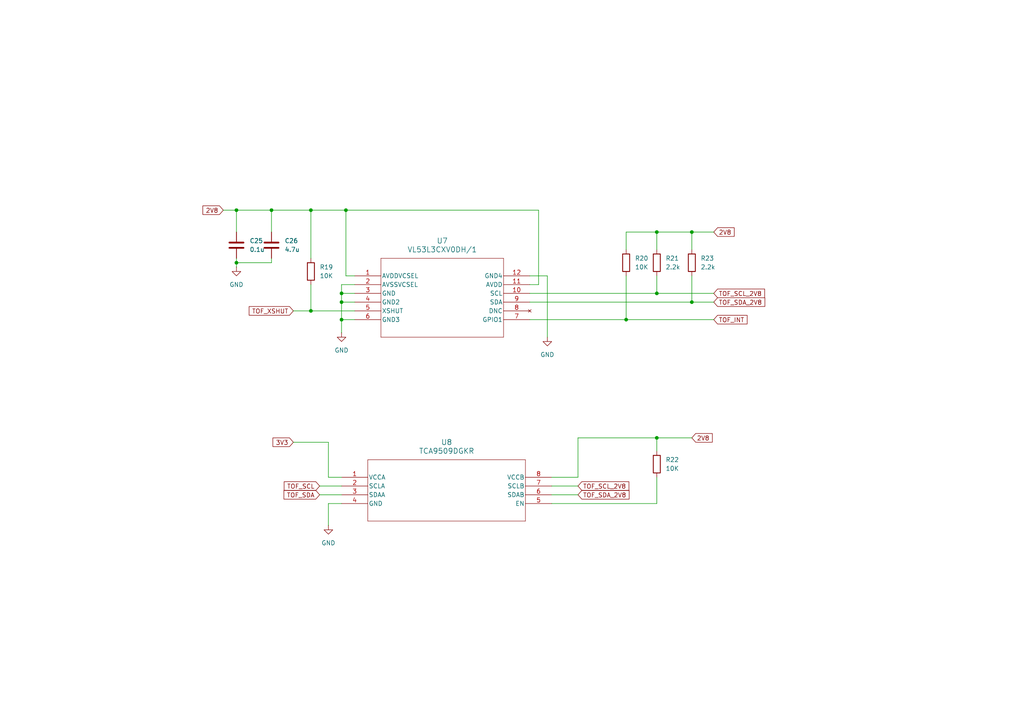
<source format=kicad_sch>
(kicad_sch (version 20231120) (generator "eeschema") (generator_version "8.0")
  (paper "A4")
  (lib_symbols
    (symbol "Device:C" (pin_numbers hide) (pin_names (offset 0.254))
      (property "Reference" "C" (at 0.635 2.54 0))
      (property "Value" "C" (at 0.635 -2.54 0))
      (symbol "C_0_1"
        (polyline (pts (xy -2.032 -0.762) (xy 2.032 -0.762)) (stroke (width 0.508)))
        (polyline (pts (xy -2.032 0.762) (xy 2.032 0.762)) (stroke (width 0.508)))
      )
      (symbol "C_1_1"
        (pin passive line (at 0 3.81 270) (length 2.794) (name "~") (number "1"))
        (pin passive line (at 0 -3.81 90) (length 2.794) (name "~") (number "2"))
      )
    )
    (symbol "Device:R" (pin_numbers hide) (pin_names (offset 0))
      (property "Reference" "R" (at 2.032 0 90))
      (property "Value" "R" (at 0 0 90))
      (symbol "R_0_1"
        (rectangle (start -1.016 -2.54) (end 1.016 2.54) (stroke (width 0.254)))
      )
      (symbol "R_1_1"
        (pin passive line (at 0 3.81 270) (length 1.27) (name "~") (number "1"))
        (pin passive line (at 0 -3.81 90) (length 1.27) (name "~") (number "2"))
      )
    )
    (symbol "General:TCA9509DGKR" (pin_names (offset 0.254))
      (property "Reference" "U" (at 0 13.97 0))
      (property "Value" "TCA9509DGKR" (at 0 11.43 0))
      (symbol "TCA9509DGKR_0_1"
        (polyline (pts (xy -22.86 -8.89) (xy 22.86 -8.89)) (stroke (width 0.127)))
        (polyline (pts (xy -22.86 8.89) (xy -22.86 -8.89)) (stroke (width 0.127)))
        (polyline (pts (xy 22.86 -8.89) (xy 22.86 8.89)) (stroke (width 0.127)))
        (polyline (pts (xy 22.86 8.89) (xy -22.86 8.89)) (stroke (width 0.127)))
        (pin power_in line (at -30.48 3.81 0) (length 7.62) (name "VCCA") (number "1"))
        (pin bidirectional line (at -30.48 1.27 0) (length 7.62) (name "SCLA") (number "2"))
        (pin bidirectional line (at -30.48 -1.27 0) (length 7.62) (name "SDAA") (number "3"))
        (pin power_in line (at -30.48 -3.81 0) (length 7.62) (name "GND") (number "4"))
        (pin input line (at 30.48 -3.81 180) (length 7.62) (name "EN") (number "5"))
        (pin bidirectional line (at 30.48 -1.27 180) (length 7.62) (name "SDAB") (number "6"))
        (pin bidirectional line (at 30.48 1.27 180) (length 7.62) (name "SCLB") (number "7"))
        (pin power_in line (at 30.48 3.81 180) (length 7.62) (name "VCCB") (number "8"))
      )
    )
    (symbol "General:VL53L3CXV0DH_1" (pin_names (offset 0.254))
      (property "Reference" "U" (at 25.4 10.16 0))
      (property "Value" "VL53L3CXV0DH/1" (at 25.4 7.62 0))
      (symbol "VL53L3CXV0DH_1_0_1"
        (polyline (pts (xy 7.62 -17.78) (xy 43.18 -17.78)) (stroke (width 0.127)))
        (polyline (pts (xy 7.62 5.08) (xy 7.62 -17.78)) (stroke (width 0.127)))
        (polyline (pts (xy 43.18 -17.78) (xy 43.18 5.08)) (stroke (width 0.127)))
        (polyline (pts (xy 43.18 5.08) (xy 7.62 5.08)) (stroke (width 0.127)))
        (pin power_in line (at 0 0 0) (length 7.62) (name "AVDDVCSEL") (number "1"))
        (pin input line (at 50.8 -5.08 180) (length 7.62) (name "SCL") (number "10"))
        (pin power_in line (at 50.8 -2.54 180) (length 7.62) (name "AVDD") (number "11"))
        (pin power_in line (at 50.8 0 180) (length 7.62) (name "GND4") (number "12"))
        (pin power_in line (at 0 -2.54 0) (length 7.62) (name "AVSSVCSEL") (number "2"))
        (pin power_in line (at 0 -5.08 0) (length 7.62) (name "GND") (number "3"))
        (pin power_in line (at 0 -7.62 0) (length 7.62) (name "GND2") (number "4"))
        (pin input line (at 0 -10.16 0) (length 7.62) (name "XSHUT") (number "5"))
        (pin power_in line (at 0 -12.7 0) (length 7.62) (name "GND3") (number "6"))
        (pin bidirectional line (at 50.8 -12.7 180) (length 7.62) (name "GPIO1") (number "7"))
        (pin no_connect line (at 50.8 -10.16 180) (length 7.62) (name "DNC") (number "8"))
        (pin bidirectional line (at 50.8 -7.62 180) (length 7.62) (name "SDA") (number "9"))
      )
    )
    (symbol "power:GND" (power) (pin_numbers hide) (pin_names (offset 0) hide)
      (property "Value" "GND" (at 0 -3.81 0))
      (symbol "GND_0_1"
        (polyline (pts (xy 0 0) (xy 0 -1.27) (xy 1.27 -1.27) (xy 0 -2.54) (xy -1.27 -1.27) (xy 0 -1.27)))
      )
      (symbol "GND_1_1"
        (pin power_in line (at 0 0 270) (length 0) (name "~") (number "1"))
      )
    )
  )
  (junction (at 190.5 67.31))
  (junction (at 190.5 85.09))
  (junction (at 190.5 127))
  (junction (at 78.74 60.96))
  (junction (at 99.06 85.09))
  (junction (at 181.61 92.71))
  (junction (at 90.17 60.96))
  (junction (at 68.58 76.2))
  (junction (at 99.06 92.71))
  (junction (at 68.58 60.96))
  (junction (at 90.17 90.17))
  (junction (at 100.33 60.96))
  (junction (at 200.66 87.63))
  (junction (at 99.06 87.63))
  (junction (at 200.66 67.31))
  (wire (pts (xy 90.17 90.17) (xy 102.87 90.17)))
  (wire (pts (xy 68.58 60.96) (xy 68.58 67.31)))
  (wire (pts (xy 99.06 146.05) (xy 95.25 146.05)))
  (wire (pts (xy 160.02 143.51) (xy 167.64 143.51)))
  (wire (pts (xy 153.67 92.71) (xy 181.61 92.71)))
  (wire (pts (xy 92.71 140.97) (xy 99.06 140.97)))
  (wire (pts (xy 99.06 87.63) (xy 99.06 92.71)))
  (wire (pts (xy 78.74 74.93) (xy 78.74 76.2)))
  (wire (pts (xy 190.5 127) (xy 190.5 130.81)))
  (wire (pts (xy 102.87 80.01) (xy 100.33 80.01)))
  (wire (pts (xy 68.58 74.93) (xy 68.58 76.2)))
  (wire (pts (xy 90.17 82.55) (xy 90.17 90.17)))
  (wire (pts (xy 78.74 60.96) (xy 90.17 60.96)))
  (wire (pts (xy 156.21 60.96) (xy 100.33 60.96)))
  (wire (pts (xy 167.64 138.43) (xy 160.02 138.43)))
  (wire (pts (xy 200.66 127) (xy 190.5 127)))
  (wire (pts (xy 68.58 60.96) (xy 78.74 60.96)))
  (wire (pts (xy 200.66 87.63) (xy 207.01 87.63)))
  (wire (pts (xy 85.09 90.17) (xy 90.17 90.17)))
  (wire (pts (xy 95.25 146.05) (xy 95.25 152.4)))
  (wire (pts (xy 99.06 85.09) (xy 99.06 87.63)))
  (wire (pts (xy 78.74 76.2) (xy 68.58 76.2)))
  (wire (pts (xy 190.5 85.09) (xy 207.01 85.09)))
  (wire (pts (xy 78.74 67.31) (xy 78.74 60.96)))
  (wire (pts (xy 64.77 60.96) (xy 68.58 60.96)))
  (wire (pts (xy 102.87 85.09) (xy 99.06 85.09)))
  (wire (pts (xy 200.66 67.31) (xy 190.5 67.31)))
  (wire (pts (xy 160.02 140.97) (xy 167.64 140.97)))
  (wire (pts (xy 92.71 143.51) (xy 99.06 143.51)))
  (wire (pts (xy 102.87 82.55) (xy 99.06 82.55)))
  (wire (pts (xy 153.67 87.63) (xy 200.66 87.63)))
  (wire (pts (xy 181.61 80.01) (xy 181.61 92.71)))
  (wire (pts (xy 153.67 80.01) (xy 158.75 80.01)))
  (wire (pts (xy 190.5 72.39) (xy 190.5 67.31)))
  (wire (pts (xy 190.5 146.05) (xy 190.5 138.43)))
  (wire (pts (xy 156.21 82.55) (xy 156.21 60.96)))
  (wire (pts (xy 153.67 82.55) (xy 156.21 82.55)))
  (wire (pts (xy 102.87 87.63) (xy 99.06 87.63)))
  (wire (pts (xy 68.58 76.2) (xy 68.58 77.47)))
  (wire (pts (xy 200.66 67.31) (xy 207.01 67.31)))
  (wire (pts (xy 90.17 60.96) (xy 90.17 74.93)))
  (wire (pts (xy 190.5 127) (xy 167.64 127)))
  (wire (pts (xy 200.66 72.39) (xy 200.66 67.31)))
  (wire (pts (xy 181.61 67.31) (xy 190.5 67.31)))
  (wire (pts (xy 181.61 92.71) (xy 207.01 92.71)))
  (wire (pts (xy 158.75 80.01) (xy 158.75 97.79)))
  (wire (pts (xy 85.09 128.27) (xy 95.25 128.27)))
  (wire (pts (xy 160.02 146.05) (xy 190.5 146.05)))
  (wire (pts (xy 99.06 92.71) (xy 99.06 96.52)))
  (wire (pts (xy 100.33 80.01) (xy 100.33 60.96)))
  (wire (pts (xy 90.17 60.96) (xy 100.33 60.96)))
  (wire (pts (xy 153.67 85.09) (xy 190.5 85.09)))
  (wire (pts (xy 167.64 127) (xy 167.64 138.43)))
  (wire (pts (xy 200.66 80.01) (xy 200.66 87.63)))
  (wire (pts (xy 102.87 92.71) (xy 99.06 92.71)))
  (wire (pts (xy 190.5 80.01) (xy 190.5 85.09)))
  (wire (pts (xy 99.06 82.55) (xy 99.06 85.09)))
  (wire (pts (xy 95.25 138.43) (xy 99.06 138.43)))
  (wire (pts (xy 181.61 67.31) (xy 181.61 72.39)))
  (wire (pts (xy 95.25 128.27) (xy 95.25 138.43)))
  (global_label "TOF_SDA_2V8" (shape input) (at 167.64 143.51 0) (property "Intersheetrefs" "${INTERSHEET_REFS}" (effects (hide yes))))
  (global_label "TOF_INT" (shape input) (at 207.01 92.71 0) (property "Intersheetrefs" "${INTERSHEET_REFS}" (effects (hide yes))))
  (global_label "TOF_XSHUT" (shape input) (at 85.09 90.17 180) (property "Intersheetrefs" "${INTERSHEET_REFS}" (effects (hide yes))))
  (global_label "2V8" (shape input) (at 207.01 67.31 0) (property "Intersheetrefs" "${INTERSHEET_REFS}" (effects (hide yes))))
  (global_label "TOF_SCL" (shape input) (at 92.71 140.97 180) (property "Intersheetrefs" "${INTERSHEET_REFS}" (effects (hide yes))))
  (global_label "TOF_SDA" (shape input) (at 92.71 143.51 180) (property "Intersheetrefs" "${INTERSHEET_REFS}" (effects (hide yes))))
  (global_label "2V8" (shape input) (at 200.66 127 0) (property "Intersheetrefs" "${INTERSHEET_REFS}" (effects (hide yes))))
  (global_label "TOF_SDA_2V8" (shape input) (at 207.01 87.63 0) (property "Intersheetrefs" "${INTERSHEET_REFS}" (effects (hide yes))))
  (global_label "TOF_SCL_2V8" (shape input) (at 167.64 140.97 0) (property "Intersheetrefs" "${INTERSHEET_REFS}" (effects (hide yes))))
  (global_label "3V3" (shape input) (at 85.09 128.27 180) (property "Intersheetrefs" "${INTERSHEET_REFS}" (effects (hide yes))))
  (global_label "2V8" (shape input) (at 64.77 60.96 180) (property "Intersheetrefs" "${INTERSHEET_REFS}" (effects (hide yes))))
  (global_label "TOF_SCL_2V8" (shape input) (at 207.01 85.09 0) (property "Intersheetrefs" "${INTERSHEET_REFS}" (effects (hide yes))))
  (symbol (lib_id "Device:R") (at 181.61 76.2 0) (unit 1)
    (property "Reference" "R20" (at 184.15 74.9299 0) (effects (justify left)))
    (property "Value" "10K" (at 184.15 77.4699 0) (effects (justify left)))
    (property "Footprint" "Resistor_SMD:R_0402_1005Metric" (effects (hide yes)))
    (property "JLCPCB" "C25744" (effects (hide yes)))
  )
  (symbol (lib_id "Device:R") (at 90.17 78.74 0) (unit 1)
    (property "Reference" "R19" (at 92.71 77.4699 0) (effects (justify left)))
    (property "Value" "10K" (at 92.71 80.0099 0) (effects (justify left)))
    (property "Footprint" "Resistor_SMD:R_0402_1005Metric" (effects (hide yes)))
    (property "JLCPCB" "C25744" (effects (hide yes)))
  )
  (symbol (lib_id "Device:C") (at 78.74 71.12 0) (unit 1)
    (property "Reference" "C26" (at 82.55 69.85 0) (effects (justify left)))
    (property "Value" "4.7u" (at 82.55 72.39 0) (effects (justify left)))
    (property "Footprint" "Capacitor_SMD:C_0603_1608Metric" (effects (hide yes)))
    (property "JLCPCB" "C1705" (effects (hide yes)))
  )
  (symbol (lib_id "power:GND") (at 158.75 97.79 0) (unit 1)
    (property "Reference" "#PWR035" (effects (hide yes)))
    (property "Value" "GND" (at 158.75 102.87 0))
    (property "Description" "Power symbol creates a global label with name \"GND\" , ground" (effects (hide yes)))
  )
  (symbol (lib_id "General:VL53L3CXV0DH_1") (at 102.87 80.01 0) (unit 1)
    (property "Reference" "U7" (at 128.27 69.85 0) (effects (font (size 1.524 1.524))))
    (property "Value" "VL53L3CXV0DH/1" (at 128.27 72.39 0) (effects (font (size 1.524 1.524))))
    (property "Footprint" "footprints:LGA12_STM" (effects (hide yes)))
    (property "Datasheet" "VL53L3CXV0DH/1" (effects (hide yes)))
    (property "JLCPCB" "C1864163" (effects (hide yes)))
  )
  (symbol (lib_id "power:GND") (at 99.06 96.52 0) (unit 1)
    (property "Reference" "#PWR034" (effects (hide yes)))
    (property "Value" "GND" (at 99.06 101.6 0))
    (property "Description" "Power symbol creates a global label with name \"GND\" , ground" (effects (hide yes)))
  )
  (symbol (lib_id "Device:R") (at 200.66 76.2 0) (unit 1)
    (property "Reference" "R23" (at 203.2 74.9299 0) (effects (justify left)))
    (property "Value" "2.2k" (at 203.2 77.4699 0) (effects (justify left)))
    (property "Footprint" "Resistor_SMD:R_0402_1005Metric" (effects (hide yes)))
    (property "JLCPCB" "C25933" (effects (hide yes)))
  )
  (symbol (lib_id "power:GND") (at 68.58 77.47 0) (unit 1)
    (property "Reference" "#PWR032" (effects (hide yes)))
    (property "Value" "GND" (at 68.58 82.55 0))
    (property "Description" "Power symbol creates a global label with name \"GND\" , ground" (effects (hide yes)))
  )
  (symbol (lib_id "General:TCA9509DGKR") (at 129.54 142.24 0) (unit 1)
    (property "Reference" "U8" (at 129.54 128.27 0) (effects (font (size 1.524 1.524))))
    (property "Value" "TCA9509DGKR" (at 129.54 130.81 0) (effects (font (size 1.524 1.524))))
    (property "Footprint" "footprints:DGK8" (effects (hide yes)))
    (property "Datasheet" "TCA9509DGKR" (effects (hide yes)))
    (property "JLCPCB" "C478462" (effects (hide yes)))
  )
  (symbol (lib_id "Device:R") (at 190.5 76.2 0) (unit 1)
    (property "Reference" "R21" (at 193.04 74.9299 0) (effects (justify left)))
    (property "Value" "2.2k" (at 193.04 77.4699 0) (effects (justify left)))
    (property "Footprint" "Resistor_SMD:R_0402_1005Metric" (effects (hide yes)))
    (property "JLCPCB" "C25933" (effects (hide yes)))
  )
  (symbol (lib_id "power:GND") (at 95.25 152.4 0) (unit 1)
    (property "Reference" "#PWR033" (effects (hide yes)))
    (property "Value" "GND" (at 95.25 157.48 0))
    (property "Description" "Power symbol creates a global label with name \"GND\" , ground" (effects (hide yes)))
  )
  (symbol (lib_id "Device:R") (at 190.5 134.62 0) (unit 1)
    (property "Reference" "R22" (at 193.04 133.3499 0) (effects (justify left)))
    (property "Value" "10K" (at 193.04 135.8899 0) (effects (justify left)))
    (property "Footprint" "Resistor_SMD:R_0402_1005Metric" (effects (hide yes)))
    (property "JLCPCB" "C25744" (effects (hide yes)))
  )
  (symbol (lib_id "Device:C") (at 68.58 71.12 0) (unit 1)
    (property "Reference" "C25" (at 72.39 69.85 0) (effects (justify left)))
    (property "Value" "0.1u" (at 72.39 72.39 0) (effects (justify left)))
    (property "Footprint" "Capacitor_SMD:C_0402_1005Metric" (effects (hide yes)))
    (property "JLCPCB" "C1525" (effects (hide yes)))
  )
)
</source>
